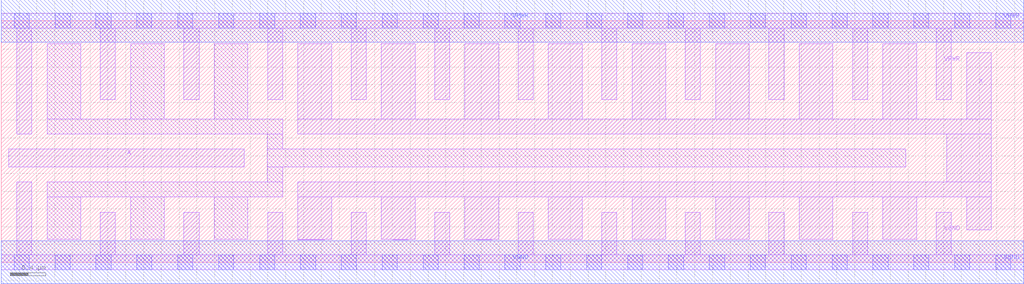
<source format=lef>
# Copyright 2020 The SkyWater PDK Authors
#
# Licensed under the Apache License, Version 2.0 (the "License");
# you may not use this file except in compliance with the License.
# You may obtain a copy of the License at
#
#     https://www.apache.org/licenses/LICENSE-2.0
#
# Unless required by applicable law or agreed to in writing, software
# distributed under the License is distributed on an "AS IS" BASIS,
# WITHOUT WARRANTIES OR CONDITIONS OF ANY KIND, either express or implied.
# See the License for the specific language governing permissions and
# limitations under the License.
#
# SPDX-License-Identifier: Apache-2.0

VERSION 5.7 ;
  NAMESCASESENSITIVE ON ;
  NOWIREEXTENSIONATPIN ON ;
  DIVIDERCHAR "/" ;
  BUSBITCHARS "[]" ;
UNITS
  DATABASE MICRONS 200 ;
END UNITS
PROPERTYDEFINITIONS
  MACRO maskLayoutSubType STRING ;
  MACRO prCellType STRING ;
  MACRO originalViewName STRING ;
END PROPERTYDEFINITIONS
MACRO sky130_fd_sc_hdll__buf_16
  CLASS CORE ;
  FOREIGN sky130_fd_sc_hdll__buf_16 ;
  ORIGIN  0.000000  0.000000 ;
  SIZE  11.50000 BY  2.720000 ;
  SYMMETRY X Y R90 ;
  SITE unithd ;
  PIN A
    ANTENNAGATEAREA  1.665000 ;
    DIRECTION INPUT ;
    USE SIGNAL ;
    PORT
      LAYER li1 ;
        RECT 0.085000 1.075000 2.735000 1.275000 ;
    END
  END A
  PIN X
    ANTENNADIFFAREA  4.016500 ;
    DIRECTION OUTPUT ;
    USE SIGNAL ;
    PORT
      LAYER li1 ;
        RECT  3.335000 0.255000  3.635000 0.260000 ;
        RECT  3.335000 0.260000  3.715000 0.735000 ;
        RECT  3.335000 0.735000 11.135000 0.905000 ;
        RECT  3.335000 1.445000 11.135000 1.615000 ;
        RECT  3.335000 1.615000  3.715000 2.465000 ;
        RECT  4.275000 0.260000  4.655000 0.735000 ;
        RECT  4.275000 1.615000  4.655000 2.465000 ;
        RECT  4.405000 0.255000  4.575000 0.260000 ;
        RECT  5.215000 0.260000  5.595000 0.735000 ;
        RECT  5.215000 1.615000  5.595000 2.465000 ;
        RECT  5.345000 0.255000  5.515000 0.260000 ;
        RECT  6.155000 0.260000  6.535000 0.735000 ;
        RECT  6.155000 1.615000  6.535000 2.465000 ;
        RECT  7.095000 0.260000  7.475000 0.735000 ;
        RECT  7.095000 1.615000  7.475000 2.465000 ;
        RECT  8.035000 0.260000  8.415000 0.735000 ;
        RECT  8.035000 1.615000  8.415000 2.465000 ;
        RECT  8.975000 0.260000  9.355000 0.735000 ;
        RECT  8.975000 1.615000  9.355000 2.465000 ;
        RECT  9.915000 0.260000 10.295000 0.735000 ;
        RECT  9.915000 1.615000 10.295000 2.465000 ;
        RECT 10.635000 0.905000 11.135000 1.445000 ;
        RECT 10.860000 0.365000 11.135000 0.735000 ;
        RECT 10.860000 1.615000 11.135000 2.360000 ;
    END
  END X
  PIN VGND
    DIRECTION INOUT ;
    USE GROUND ;
    PORT
      LAYER li1 ;
        RECT  0.000000 -0.085000 11.500000 0.085000 ;
        RECT  0.175000  0.085000  0.345000 0.905000 ;
        RECT  1.115000  0.085000  1.285000 0.565000 ;
        RECT  2.055000  0.085000  2.225000 0.565000 ;
        RECT  2.995000  0.085000  3.165000 0.565000 ;
        RECT  3.935000  0.085000  4.105000 0.565000 ;
        RECT  4.875000  0.085000  5.045000 0.565000 ;
        RECT  5.815000  0.085000  5.985000 0.565000 ;
        RECT  6.755000  0.085000  6.925000 0.565000 ;
        RECT  7.695000  0.085000  7.865000 0.565000 ;
        RECT  8.635000  0.085000  8.805000 0.565000 ;
        RECT  9.575000  0.085000  9.745000 0.565000 ;
        RECT 10.515000  0.085000 10.685000 0.565000 ;
      LAYER mcon ;
        RECT  0.145000 -0.085000  0.315000 0.085000 ;
        RECT  0.605000 -0.085000  0.775000 0.085000 ;
        RECT  1.065000 -0.085000  1.235000 0.085000 ;
        RECT  1.525000 -0.085000  1.695000 0.085000 ;
        RECT  1.985000 -0.085000  2.155000 0.085000 ;
        RECT  2.445000 -0.085000  2.615000 0.085000 ;
        RECT  2.905000 -0.085000  3.075000 0.085000 ;
        RECT  3.365000 -0.085000  3.535000 0.085000 ;
        RECT  3.825000 -0.085000  3.995000 0.085000 ;
        RECT  4.285000 -0.085000  4.455000 0.085000 ;
        RECT  4.745000 -0.085000  4.915000 0.085000 ;
        RECT  5.205000 -0.085000  5.375000 0.085000 ;
        RECT  5.665000 -0.085000  5.835000 0.085000 ;
        RECT  6.125000 -0.085000  6.295000 0.085000 ;
        RECT  6.585000 -0.085000  6.755000 0.085000 ;
        RECT  7.045000 -0.085000  7.215000 0.085000 ;
        RECT  7.505000 -0.085000  7.675000 0.085000 ;
        RECT  7.965000 -0.085000  8.135000 0.085000 ;
        RECT  8.425000 -0.085000  8.595000 0.085000 ;
        RECT  8.885000 -0.085000  9.055000 0.085000 ;
        RECT  9.345000 -0.085000  9.515000 0.085000 ;
        RECT  9.805000 -0.085000  9.975000 0.085000 ;
        RECT 10.265000 -0.085000 10.435000 0.085000 ;
        RECT 10.725000 -0.085000 10.895000 0.085000 ;
        RECT 11.185000 -0.085000 11.355000 0.085000 ;
      LAYER met1 ;
        RECT 0.000000 -0.240000 11.500000 0.240000 ;
    END
  END VGND
  PIN VPWR
    DIRECTION INOUT ;
    USE POWER ;
    PORT
      LAYER li1 ;
        RECT  0.000000 2.635000 11.500000 2.805000 ;
        RECT  0.175000 1.445000  0.345000 2.635000 ;
        RECT  1.115000 1.835000  1.285000 2.635000 ;
        RECT  2.055000 1.835000  2.225000 2.635000 ;
        RECT  2.995000 1.835000  3.165000 2.635000 ;
        RECT  3.935000 1.835000  4.105000 2.635000 ;
        RECT  4.875000 1.835000  5.045000 2.635000 ;
        RECT  5.815000 1.835000  5.985000 2.635000 ;
        RECT  6.755000 1.835000  6.925000 2.635000 ;
        RECT  7.695000 1.835000  7.865000 2.635000 ;
        RECT  8.635000 1.835000  8.805000 2.635000 ;
        RECT  9.575000 1.835000  9.745000 2.635000 ;
        RECT 10.515000 1.835000 10.685000 2.635000 ;
      LAYER mcon ;
        RECT  0.145000 2.635000  0.315000 2.805000 ;
        RECT  0.605000 2.635000  0.775000 2.805000 ;
        RECT  1.065000 2.635000  1.235000 2.805000 ;
        RECT  1.525000 2.635000  1.695000 2.805000 ;
        RECT  1.985000 2.635000  2.155000 2.805000 ;
        RECT  2.445000 2.635000  2.615000 2.805000 ;
        RECT  2.905000 2.635000  3.075000 2.805000 ;
        RECT  3.365000 2.635000  3.535000 2.805000 ;
        RECT  3.825000 2.635000  3.995000 2.805000 ;
        RECT  4.285000 2.635000  4.455000 2.805000 ;
        RECT  4.745000 2.635000  4.915000 2.805000 ;
        RECT  5.205000 2.635000  5.375000 2.805000 ;
        RECT  5.665000 2.635000  5.835000 2.805000 ;
        RECT  6.125000 2.635000  6.295000 2.805000 ;
        RECT  6.585000 2.635000  6.755000 2.805000 ;
        RECT  7.045000 2.635000  7.215000 2.805000 ;
        RECT  7.505000 2.635000  7.675000 2.805000 ;
        RECT  7.965000 2.635000  8.135000 2.805000 ;
        RECT  8.425000 2.635000  8.595000 2.805000 ;
        RECT  8.885000 2.635000  9.055000 2.805000 ;
        RECT  9.345000 2.635000  9.515000 2.805000 ;
        RECT  9.805000 2.635000  9.975000 2.805000 ;
        RECT 10.265000 2.635000 10.435000 2.805000 ;
        RECT 10.725000 2.635000 10.895000 2.805000 ;
        RECT 11.185000 2.635000 11.355000 2.805000 ;
      LAYER met1 ;
        RECT 0.000000 2.480000 11.500000 2.960000 ;
    END
  END VPWR
  OBS
    LAYER li1 ;
      RECT 0.515000 0.260000  0.895000 0.735000 ;
      RECT 0.515000 0.735000  3.165000 0.905000 ;
      RECT 0.515000 1.445000  3.165000 1.615000 ;
      RECT 0.515000 1.615000  0.895000 2.465000 ;
      RECT 1.455000 0.260000  1.835000 0.735000 ;
      RECT 1.455000 1.615000  1.835000 2.465000 ;
      RECT 2.395000 0.260000  2.775000 0.735000 ;
      RECT 2.395000 1.615000  2.775000 2.465000 ;
      RECT 2.990000 0.905000  3.165000 1.075000 ;
      RECT 2.990000 1.075000 10.175000 1.275000 ;
      RECT 2.990000 1.275000  3.165000 1.445000 ;
  END
  PROPERTY maskLayoutSubType "abstract" ;
  PROPERTY prCellType "standard" ;
  PROPERTY originalViewName "layout" ;
END sky130_fd_sc_hdll__buf_16

</source>
